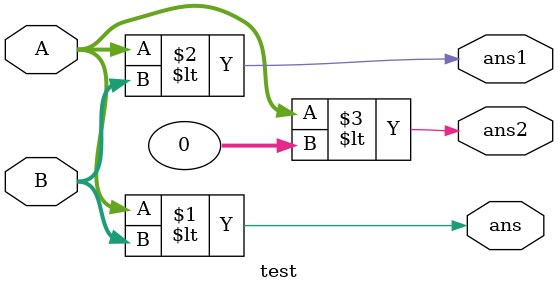
<source format=v>
`timescale 1ns / 1ps
module test(
    input [31:0] A,
    input [31:0] B,
    output ans,
	 output ans1,
	 output ans2
    );
	assign ans  = A < B;
	assign ans1 = $signed(A)<$signed(B);
	assign ans2 = $signed(A)<$signed(32'b0);

endmodule

</source>
